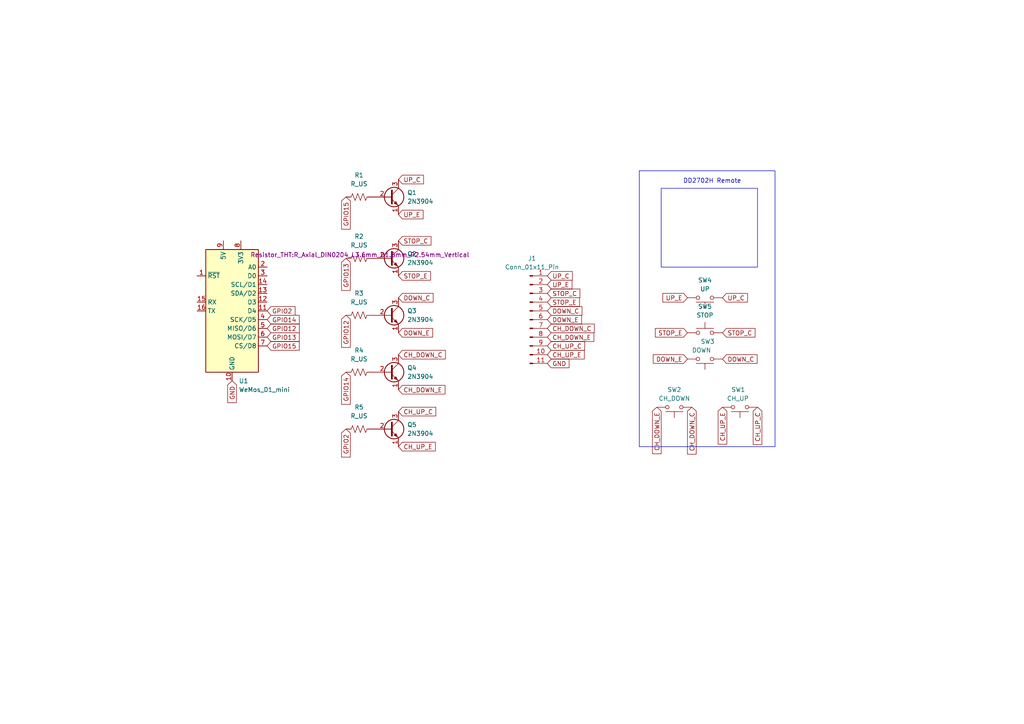
<source format=kicad_sch>
(kicad_sch (version 20230121) (generator eeschema)
  (paper "A4")
  (lib_symbols
    (symbol "Connector:Conn_01x11_Pin" (pin_names (offset 1.016) hide)
      (property "Reference" "J" (at 0 15.24 0))
      (property "Value" "Conn_01x11_Pin" (at 0 -15.24 0))
      (symbol "Conn_01x11_Pin_1_1"
        (polyline (pts (xy 1.27 -12.7) (xy 0.8636 -12.7)) (stroke (width 0.1524)))
        (polyline (pts (xy 1.27 -10.16) (xy 0.8636 -10.16)) (stroke (width 0.1524)))
        (polyline (pts (xy 1.27 -7.62) (xy 0.8636 -7.62)) (stroke (width 0.1524)))
        (polyline (pts (xy 1.27 -5.08) (xy 0.8636 -5.08)) (stroke (width 0.1524)))
        (polyline (pts (xy 1.27 -2.54) (xy 0.8636 -2.54)) (stroke (width 0.1524)))
        (polyline (pts (xy 1.27 0) (xy 0.8636 0)) (stroke (width 0.1524)))
        (polyline (pts (xy 1.27 2.54) (xy 0.8636 2.54)) (stroke (width 0.1524)))
        (polyline (pts (xy 1.27 5.08) (xy 0.8636 5.08)) (stroke (width 0.1524)))
        (polyline (pts (xy 1.27 7.62) (xy 0.8636 7.62)) (stroke (width 0.1524)))
        (polyline (pts (xy 1.27 10.16) (xy 0.8636 10.16)) (stroke (width 0.1524)))
        (polyline (pts (xy 1.27 12.7) (xy 0.8636 12.7)) (stroke (width 0.1524)))
        (rectangle (start 0.8636 -12.573) (end 0 -12.827) (stroke (width 0.1524)) (fill (type outline)))
        (rectangle (start 0.8636 -10.033) (end 0 -10.287) (stroke (width 0.1524)) (fill (type outline)))
        (rectangle (start 0.8636 -7.493) (end 0 -7.747) (stroke (width 0.1524)) (fill (type outline)))
        (rectangle (start 0.8636 -4.953) (end 0 -5.207) (stroke (width 0.1524)) (fill (type outline)))
        (rectangle (start 0.8636 -2.413) (end 0 -2.667) (stroke (width 0.1524)) (fill (type outline)))
        (rectangle (start 0.8636 0.127) (end 0 -0.127) (stroke (width 0.1524)) (fill (type outline)))
        (rectangle (start 0.8636 2.667) (end 0 2.413) (stroke (width 0.1524)) (fill (type outline)))
        (rectangle (start 0.8636 5.207) (end 0 4.953) (stroke (width 0.1524)) (fill (type outline)))
        (rectangle (start 0.8636 7.747) (end 0 7.493) (stroke (width 0.1524)) (fill (type outline)))
        (rectangle (start 0.8636 10.287) (end 0 10.033) (stroke (width 0.1524)) (fill (type outline)))
        (rectangle (start 0.8636 12.827) (end 0 12.573) (stroke (width 0.1524)) (fill (type outline)))
        (pin passive line (at 5.08 12.7 180) (length 3.81) (name "Pin_1") (number "1"))
        (pin passive line (at 5.08 -10.16 180) (length 3.81) (name "Pin_10") (number "10"))
        (pin passive line (at 5.08 -12.7 180) (length 3.81) (name "Pin_11") (number "11"))
        (pin passive line (at 5.08 10.16 180) (length 3.81) (name "Pin_2") (number "2"))
        (pin passive line (at 5.08 7.62 180) (length 3.81) (name "Pin_3") (number "3"))
        (pin passive line (at 5.08 5.08 180) (length 3.81) (name "Pin_4") (number "4"))
        (pin passive line (at 5.08 2.54 180) (length 3.81) (name "Pin_5") (number "5"))
        (pin passive line (at 5.08 0 180) (length 3.81) (name "Pin_6") (number "6"))
        (pin passive line (at 5.08 -2.54 180) (length 3.81) (name "Pin_7") (number "7"))
        (pin passive line (at 5.08 -5.08 180) (length 3.81) (name "Pin_8") (number "8"))
        (pin passive line (at 5.08 -7.62 180) (length 3.81) (name "Pin_9") (number "9"))
      )
    )
    (symbol "Device:R_US" (pin_numbers hide) (pin_names (offset 0))
      (property "Reference" "R" (at 2.54 0 90))
      (property "Value" "R_US" (at -2.54 0 90))
      (symbol "R_US_0_1"
        (polyline (pts (xy 0 -2.286) (xy 0 -2.54)))
        (polyline (pts (xy 0 2.286) (xy 0 2.54)))
        (polyline (pts (xy 0 -0.762) (xy 1.016 -1.143) (xy 0 -1.524) (xy -1.016 -1.905) (xy 0 -2.286)))
        (polyline (pts (xy 0 0.762) (xy 1.016 0.381) (xy 0 0) (xy -1.016 -0.381) (xy 0 -0.762)))
        (polyline (pts (xy 0 2.286) (xy 1.016 1.905) (xy 0 1.524) (xy -1.016 1.143) (xy 0 0.762)))
      )
      (symbol "R_US_1_1"
        (pin passive line (at 0 3.81 270) (length 1.27) (name "~") (number "1"))
        (pin passive line (at 0 -3.81 90) (length 1.27) (name "~") (number "2"))
      )
    )
    (symbol "MCU_Module:WeMos_D1_mini"
      (property "Reference" "U" (at 3.81 19.05 0))
      (property "Value" "WeMos_D1_mini" (at 1.27 -19.05 0))
      (symbol "WeMos_D1_mini_1_1"
        (rectangle (start -7.62 17.78) (end 7.62 -17.78) (stroke (width 0.254)) (fill (type background)))
        (pin input line (at -10.16 10.16 0) (length 2.54) (name "~{RST}") (number "1"))
        (pin power_in line (at 0 -20.32 90) (length 2.54) (name "GND") (number "10"))
        (pin bidirectional line (at 10.16 0 180) (length 2.54) (name "D4") (number "11"))
        (pin bidirectional line (at 10.16 2.54 180) (length 2.54) (name "D3") (number "12"))
        (pin bidirectional line (at 10.16 5.08 180) (length 2.54) (name "SDA/D2") (number "13"))
        (pin bidirectional line (at 10.16 7.62 180) (length 2.54) (name "SCL/D1") (number "14"))
        (pin input line (at -10.16 2.54 0) (length 2.54) (name "RX") (number "15"))
        (pin output line (at -10.16 0 0) (length 2.54) (name "TX") (number "16"))
        (pin input line (at 10.16 12.7 180) (length 2.54) (name "A0") (number "2"))
        (pin bidirectional line (at 10.16 10.16 180) (length 2.54) (name "D0") (number "3"))
        (pin bidirectional line (at 10.16 -2.54 180) (length 2.54) (name "SCK/D5") (number "4"))
        (pin bidirectional line (at 10.16 -5.08 180) (length 2.54) (name "MISO/D6") (number "5"))
        (pin bidirectional line (at 10.16 -7.62 180) (length 2.54) (name "MOSI/D7") (number "6"))
        (pin bidirectional line (at 10.16 -10.16 180) (length 2.54) (name "CS/D8") (number "7"))
        (pin power_out line (at 2.54 20.32 270) (length 2.54) (name "3V3") (number "8"))
        (pin power_in line (at -2.54 20.32 270) (length 2.54) (name "5V") (number "9"))
      )
    )
    (symbol "Switch:SW_Push" (pin_numbers hide) (pin_names (offset 1.016) hide)
      (property "Reference" "SW" (at 1.27 2.54 0))
      (property "Value" "SW_Push" (at 0 -1.524 0))
      (symbol "SW_Push_0_1"
        (circle (center -2.032 0) (radius 0.508))
        (polyline (pts (xy 0 1.27) (xy 0 3.048)))
        (polyline (pts (xy 2.54 1.27) (xy -2.54 1.27)))
        (circle (center 2.032 0) (radius 0.508))
        (pin passive line (at -5.08 0 0) (length 2.54) (name "1") (number "1"))
        (pin passive line (at 5.08 0 180) (length 2.54) (name "2") (number "2"))
      )
    )
    (symbol "Transistor_BJT:2N3904" (pin_names (offset 0) hide)
      (property "Reference" "Q" (at 5.08 1.905 0))
      (property "Value" "2N3904" (at 5.08 0 0))
      (symbol "2N3904_0_1"
        (polyline (pts (xy 0.635 0.635) (xy 2.54 2.54)))
        (polyline (pts (xy 0.635 -0.635) (xy 2.54 -2.54) (xy 2.54 -2.54)))
        (polyline (pts (xy 0.635 1.905) (xy 0.635 -1.905) (xy 0.635 -1.905)) (stroke (width 0.508)))
        (polyline (pts (xy 1.27 -1.778) (xy 1.778 -1.27) (xy 2.286 -2.286) (xy 1.27 -1.778) (xy 1.27 -1.778)) (fill (type outline)))
        (circle (center 1.27 0) (radius 2.8194) (stroke (width 0.254)))
      )
      (symbol "2N3904_1_1"
        (pin passive line (at 2.54 -5.08 90) (length 2.54) (name "E") (number "1"))
        (pin passive line (at -5.08 0 0) (length 5.715) (name "B") (number "2"))
        (pin passive line (at 2.54 5.08 270) (length 2.54) (name "C") (number "3"))
      )
    )
  )
  (rectangle (start 185.42 49.53) (end 224.79 129.54))
  (rectangle (start 191.77 54.61) (end 219.71 77.47))
  (text "DD2702H Remote" (at 198.12 53.34 0) (effects (font (size 1.27 1.27)) (justify left bottom)))
  (global_label "DOWN_E" (shape input) (at 158.75 92.71 0) (property "Intersheetrefs" "${INTERSHEET_REFS}" (effects hide)))
  (global_label "CH_UP_E" (shape input) (at 158.75 102.87 0) (property "Intersheetrefs" "${INTERSHEET_REFS}" (effects hide)))
  (global_label "STOP_E" (shape input) (at 158.75 87.63 0) (property "Intersheetrefs" "${INTERSHEET_REFS}" (effects hide)))
  (global_label "GND" (shape input) (at 158.75 105.41 0) (property "Intersheetrefs" "${INTERSHEET_REFS}" (effects hide)))
  (global_label "STOP_C" (shape input) (at 115.57 69.85 0) (property "Intersheetrefs" "${INTERSHEET_REFS}" (effects hide)))
  (global_label "UP_C" (shape input) (at 158.75 80.01 0) (property "Intersheetrefs" "${INTERSHEET_REFS}" (effects hide)))
  (global_label "GPIO14" (shape input) (at 77.47 92.71 0) (property "Intersheetrefs" "${INTERSHEET_REFS}" (effects hide)))
  (global_label "CH_DOWN_E" (shape input) (at 190.5 118.11 270) (property "Intersheetrefs" "${INTERSHEET_REFS}" (effects hide)))
  (global_label "GPIO15" (shape input) (at 100.33 57.15 270) (property "Intersheetrefs" "${INTERSHEET_REFS}" (effects hide)))
  (global_label "CH_UP_E" (shape input) (at 115.57 129.54 0) (property "Intersheetrefs" "${INTERSHEET_REFS}" (effects hide)))
  (global_label "GPIO13" (shape input) (at 77.47 97.79 0) (property "Intersheetrefs" "${INTERSHEET_REFS}" (effects hide)))
  (global_label "CH_UP_C" (shape input) (at 115.57 119.38 0) (property "Intersheetrefs" "${INTERSHEET_REFS}" (effects hide)))
  (global_label "GPIO12" (shape input) (at 77.47 95.25 0) (property "Intersheetrefs" "${INTERSHEET_REFS}" (effects hide)))
  (global_label "DOWN_E" (shape input) (at 115.57 96.52 0) (property "Intersheetrefs" "${INTERSHEET_REFS}" (effects hide)))
  (global_label "STOP_E" (shape input) (at 199.39 96.52 180) (property "Intersheetrefs" "${INTERSHEET_REFS}" (effects hide)))
  (global_label "GPIO13" (shape input) (at 100.33 74.93 270) (property "Intersheetrefs" "${INTERSHEET_REFS}" (effects hide)))
  (global_label "CH_UP_E" (shape input) (at 209.55 118.11 270) (property "Intersheetrefs" "${INTERSHEET_REFS}" (effects hide)))
  (global_label "CH_UP_C" (shape input) (at 219.71 118.11 270) (property "Intersheetrefs" "${INTERSHEET_REFS}" (effects hide)))
  (global_label "CH_DOWN_C" (shape input) (at 115.57 102.87 0) (property "Intersheetrefs" "${INTERSHEET_REFS}" (effects hide)))
  (global_label "UP_C" (shape input) (at 115.57 52.07 0) (property "Intersheetrefs" "${INTERSHEET_REFS}" (effects hide)))
  (global_label "DOWN_C" (shape input) (at 209.55 104.14 0) (property "Intersheetrefs" "${INTERSHEET_REFS}" (effects hide)))
  (global_label "GND" (shape input) (at 67.31 110.49 270) (property "Intersheetrefs" "${INTERSHEET_REFS}" (effects hide)))
  (global_label "CH_DOWN_C" (shape input) (at 158.75 95.25 0) (property "Intersheetrefs" "${INTERSHEET_REFS}" (effects hide)))
  (global_label "GPIO2" (shape input) (at 100.33 124.46 270) (property "Intersheetrefs" "${INTERSHEET_REFS}" (effects hide)))
  (global_label "UP_E" (shape input) (at 115.57 62.23 0) (property "Intersheetrefs" "${INTERSHEET_REFS}" (effects hide)))
  (global_label "UP_E" (shape input) (at 158.75 82.55 0) (property "Intersheetrefs" "${INTERSHEET_REFS}" (effects hide)))
  (global_label "DOWN_C" (shape input) (at 158.75 90.17 0) (property "Intersheetrefs" "${INTERSHEET_REFS}" (effects hide)))
  (global_label "DOWN_C" (shape input) (at 115.57 86.36 0) (property "Intersheetrefs" "${INTERSHEET_REFS}" (effects hide)))
  (global_label "GPIO12" (shape input) (at 100.33 91.44 270) (property "Intersheetrefs" "${INTERSHEET_REFS}" (effects hide)))
  (global_label "GPIO14" (shape input) (at 100.33 107.95 270) (property "Intersheetrefs" "${INTERSHEET_REFS}" (effects hide)))
  (global_label "UP_C" (shape input) (at 209.55 86.36 0) (property "Intersheetrefs" "${INTERSHEET_REFS}" (effects hide)))
  (global_label "STOP_C" (shape input) (at 209.55 96.52 0) (property "Intersheetrefs" "${INTERSHEET_REFS}" (effects hide)))
  (global_label "CH_UP_C" (shape input) (at 158.75 100.33 0) (property "Intersheetrefs" "${INTERSHEET_REFS}" (effects hide)))
  (global_label "CH_DOWN_C" (shape input) (at 200.66 118.11 270) (property "Intersheetrefs" "${INTERSHEET_REFS}" (effects hide)))
  (global_label "DOWN_E" (shape input) (at 199.39 104.14 180) (property "Intersheetrefs" "${INTERSHEET_REFS}" (effects hide)))
  (global_label "GPIO15" (shape input) (at 77.47 100.33 0) (property "Intersheetrefs" "${INTERSHEET_REFS}" (effects hide)))
  (global_label "STOP_C" (shape input) (at 158.75 85.09 0) (property "Intersheetrefs" "${INTERSHEET_REFS}" (effects hide)))
  (global_label "GPIO2" (shape input) (at 77.47 90.17 0) (property "Intersheetrefs" "${INTERSHEET_REFS}" (effects hide)))
  (global_label "UP_E" (shape input) (at 199.39 86.36 180) (property "Intersheetrefs" "${INTERSHEET_REFS}" (effects hide)))
  (global_label "CH_DOWN_E" (shape input) (at 115.57 113.03 0) (property "Intersheetrefs" "${INTERSHEET_REFS}" (effects hide)))
  (global_label "STOP_E" (shape input) (at 115.57 80.01 0) (property "Intersheetrefs" "${INTERSHEET_REFS}" (effects hide)))
  (global_label "CH_DOWN_E" (shape input) (at 158.75 97.79 0) (property "Intersheetrefs" "${INTERSHEET_REFS}" (effects hide)))
  (symbol (lib_id "Device:R_US") (at 104.14 57.15 90) (unit 1)
    (property "Reference" "R1" (at 104.14 50.8 90))
    (property "Value" "R_US" (at 104.14 53.34 90))
    (property "Footprint" "Resistor_THT:R_Axial_DIN0204_L3.6mm_D1.6mm_P2.54mm_Vertical" (effects hide))
  )
  (symbol (lib_id "Switch:SW_Push") (at 204.47 96.52 0) (unit 1)
    (property "Reference" "SW5" (at 204.47 88.9 0))
    (property "Value" "STOP" (at 204.47 91.44 0))
  )
  (symbol (lib_id "Switch:SW_Push") (at 204.47 86.36 180) (unit 1)
    (property "Reference" "SW4" (at 204.47 81.28 0))
    (property "Value" "UP" (at 204.47 83.82 0))
  )
  (symbol (lib_id "Transistor_BJT:2N3904") (at 113.03 74.93 0) (unit 1)
    (property "Reference" "Q2" (at 118.11 73.66 0) (effects (justify left)))
    (property "Value" "2N3904" (at 118.11 76.2 0) (effects (justify left)))
    (property "Footprint" "Package_TO_SOT_THT:TO-92_Inline" (effects hide))
    (property "Datasheet" "https://www.onsemi.com/pub/Collateral/2N3903-D.PDF" (effects hide))
  )
  (symbol (lib_id "Device:R_US") (at 104.14 124.46 90) (unit 1)
    (property "Reference" "R5" (at 104.14 118.11 90))
    (property "Value" "R_US" (at 104.14 120.65 90))
    (property "Footprint" "Resistor_THT:R_Axial_DIN0204_L3.6mm_D1.6mm_P2.54mm_Vertical" (effects hide))
  )
  (symbol (lib_id "Switch:SW_Push") (at 204.47 104.14 180) (unit 1)
    (property "Reference" "SW3" (at 203.2 99.06 0) (effects (justify right)))
    (property "Value" "DOWN" (at 200.66 101.6 0) (effects (justify right)))
  )
  (symbol (lib_id "Device:R_US") (at 104.14 107.95 90) (unit 1)
    (property "Reference" "R4" (at 104.14 101.6 90))
    (property "Value" "R_US" (at 104.14 104.14 90))
    (property "Footprint" "Resistor_THT:R_Axial_DIN0204_L3.6mm_D1.6mm_P2.54mm_Vertical" (effects hide))
  )
  (symbol (lib_id "Transistor_BJT:2N3904") (at 113.03 124.46 0) (unit 1)
    (property "Reference" "Q5" (at 118.11 123.19 0) (effects (justify left)))
    (property "Value" "2N3904" (at 118.11 125.73 0) (effects (justify left)))
    (property "Footprint" "Package_TO_SOT_THT:TO-92_Inline" (effects hide))
    (property "Datasheet" "https://www.onsemi.com/pub/Collateral/2N3903-D.PDF" (effects hide))
  )
  (symbol (lib_id "Device:R_US") (at 104.14 91.44 90) (unit 1)
    (property "Reference" "R3" (at 104.14 85.09 90))
    (property "Value" "R_US" (at 104.14 87.63 90))
    (property "Footprint" "Resistor_THT:R_Axial_DIN0204_L3.6mm_D1.6mm_P2.54mm_Vertical" (effects hide))
  )
  (symbol (lib_id "Device:R_US") (at 104.14 74.93 90) (unit 1)
    (property "Reference" "R2" (at 104.14 68.58 90))
    (property "Value" "R_US" (at 104.14 71.12 90))
    (property "Footprint" "Resistor_THT:R_Axial_DIN0204_L3.6mm_D1.6mm_P2.54mm_Vertical" (at 104.394 73.914 90))
  )
  (symbol (lib_id "Transistor_BJT:2N3904") (at 113.03 107.95 0) (unit 1)
    (property "Reference" "Q4" (at 118.11 106.68 0) (effects (justify left)))
    (property "Value" "2N3904" (at 118.11 109.22 0) (effects (justify left)))
    (property "Footprint" "Package_TO_SOT_THT:TO-92_Inline" (effects hide))
    (property "Datasheet" "https://www.onsemi.com/pub/Collateral/2N3903-D.PDF" (effects hide))
  )
  (symbol (lib_id "Connector:Conn_01x11_Pin") (at 153.67 92.71 0) (unit 1)
    (property "Reference" "J1" (at 154.305 74.93 0))
    (property "Value" "Conn_01x11_Pin" (at 154.305 77.47 0))
    (property "Footprint" "Connector_PinHeader_2.54mm:PinHeader_1x11_P2.54mm_Horizontal" (effects hide))
  )
  (symbol (lib_id "Switch:SW_Push") (at 195.58 118.11 180) (unit 1)
    (property "Reference" "SW2" (at 195.58 113.03 0))
    (property "Value" "CH_DOWN" (at 195.58 115.57 0))
  )
  (symbol (lib_id "Switch:SW_Push") (at 214.63 118.11 180) (unit 1)
    (property "Reference" "SW1" (at 212.09 113.03 0) (effects (justify right)))
    (property "Value" "CH_UP" (at 210.82 115.57 0) (effects (justify right)))
  )
  (symbol (lib_id "Transistor_BJT:2N3904") (at 113.03 57.15 0) (unit 1)
    (property "Reference" "Q1" (at 118.11 55.88 0) (effects (justify left)))
    (property "Value" "2N3904" (at 118.11 58.42 0) (effects (justify left)))
    (property "Footprint" "Package_TO_SOT_THT:TO-92_Inline" (effects hide))
    (property "Datasheet" "https://www.onsemi.com/pub/Collateral/2N3903-D.PDF" (effects hide))
  )
  (symbol (lib_id "Transistor_BJT:2N3904") (at 113.03 91.44 0) (unit 1)
    (property "Reference" "Q3" (at 118.11 90.17 0) (effects (justify left)))
    (property "Value" "2N3904" (at 118.11 92.71 0) (effects (justify left)))
    (property "Footprint" "Package_TO_SOT_THT:TO-92_Inline" (effects hide))
    (property "Datasheet" "https://www.onsemi.com/pub/Collateral/2N3903-D.PDF" (effects hide))
  )
  (symbol (lib_id "MCU_Module:WeMos_D1_mini") (at 67.31 90.17 0) (unit 1)
    (property "Reference" "U1" (at 69.2659 110.49 0) (effects (justify left)))
    (property "Value" "WeMos_D1_mini" (at 69.2659 113.03 0) (effects (justify left)))
    (property "Footprint" "Module:WEMOS_D1_mini_light" (effects hide))
    (property "Datasheet" "https://wiki.wemos.cc/products:d1:d1_mini#documentation" (effects hide))
  )
)
</source>
